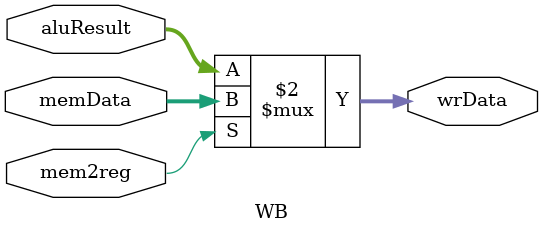
<source format=v>
module WB(
  memData, 
  aluResult, 
  mem2reg, 
  wrData
);
  input [15:0] memData, aluResult;
  input mem2reg;
  output [15:0] wrData;
  
  assign wrData = (mem2reg == 1'b1) ? memData : aluResult;
  
endmodule
</source>
